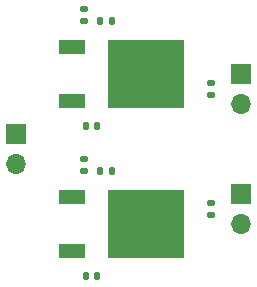
<source format=gbr>
%TF.GenerationSoftware,KiCad,Pcbnew,6.0.2+dfsg-1*%
%TF.CreationDate,2023-01-01T10:44:38-05:00*%
%TF.ProjectId,LM317,4c4d3331-372e-46b6-9963-61645f706362,rev?*%
%TF.SameCoordinates,Original*%
%TF.FileFunction,Soldermask,Top*%
%TF.FilePolarity,Negative*%
%FSLAX46Y46*%
G04 Gerber Fmt 4.6, Leading zero omitted, Abs format (unit mm)*
G04 Created by KiCad (PCBNEW 6.0.2+dfsg-1) date 2023-01-01 10:44:38*
%MOMM*%
%LPD*%
G01*
G04 APERTURE LIST*
G04 Aperture macros list*
%AMRoundRect*
0 Rectangle with rounded corners*
0 $1 Rounding radius*
0 $2 $3 $4 $5 $6 $7 $8 $9 X,Y pos of 4 corners*
0 Add a 4 corners polygon primitive as box body*
4,1,4,$2,$3,$4,$5,$6,$7,$8,$9,$2,$3,0*
0 Add four circle primitives for the rounded corners*
1,1,$1+$1,$2,$3*
1,1,$1+$1,$4,$5*
1,1,$1+$1,$6,$7*
1,1,$1+$1,$8,$9*
0 Add four rect primitives between the rounded corners*
20,1,$1+$1,$2,$3,$4,$5,0*
20,1,$1+$1,$4,$5,$6,$7,0*
20,1,$1+$1,$6,$7,$8,$9,0*
20,1,$1+$1,$8,$9,$2,$3,0*%
G04 Aperture macros list end*
%ADD10R,2.200000X1.200000*%
%ADD11R,6.400000X5.800000*%
%ADD12RoundRect,0.135000X0.185000X-0.135000X0.185000X0.135000X-0.185000X0.135000X-0.185000X-0.135000X0*%
%ADD13RoundRect,0.135000X0.135000X0.185000X-0.135000X0.185000X-0.135000X-0.185000X0.135000X-0.185000X0*%
%ADD14R,1.700000X1.700000*%
%ADD15O,1.700000X1.700000*%
%ADD16RoundRect,0.140000X-0.170000X0.140000X-0.170000X-0.140000X0.170000X-0.140000X0.170000X0.140000X0*%
%ADD17RoundRect,0.140000X-0.140000X-0.170000X0.140000X-0.170000X0.140000X0.170000X-0.140000X0.170000X0*%
G04 APERTURE END LIST*
D10*
%TO.C,U2*%
X89780000Y-66300000D03*
D11*
X96080000Y-68580000D03*
D10*
X89780000Y-70860000D03*
%TD*%
D12*
%TO.C,R4*%
X90805000Y-64135000D03*
X90805000Y-63115000D03*
%TD*%
D13*
%TO.C,R3*%
X93220000Y-64135000D03*
X92200000Y-64135000D03*
%TD*%
D14*
%TO.C,J3*%
X104140000Y-66040000D03*
D15*
X104140000Y-68580000D03*
%TD*%
D16*
%TO.C,C4*%
X101600000Y-66830000D03*
X101600000Y-67790000D03*
%TD*%
D17*
%TO.C,C3*%
X90960000Y-73025000D03*
X91920000Y-73025000D03*
%TD*%
D10*
%TO.C,U1*%
X89780000Y-53600000D03*
D11*
X96080000Y-55880000D03*
D10*
X89780000Y-58160000D03*
%TD*%
D12*
%TO.C,R2*%
X90805000Y-51435000D03*
X90805000Y-50415000D03*
%TD*%
D13*
%TO.C,R1*%
X93220000Y-51435000D03*
X92200000Y-51435000D03*
%TD*%
D14*
%TO.C,J2*%
X104140000Y-55880000D03*
D15*
X104140000Y-58420000D03*
%TD*%
D14*
%TO.C,J1*%
X85090000Y-60955000D03*
D15*
X85090000Y-63495000D03*
%TD*%
D16*
%TO.C,C2*%
X101600000Y-56670000D03*
X101600000Y-57630000D03*
%TD*%
D17*
%TO.C,C1*%
X90960000Y-60325000D03*
X91920000Y-60325000D03*
%TD*%
M02*

</source>
